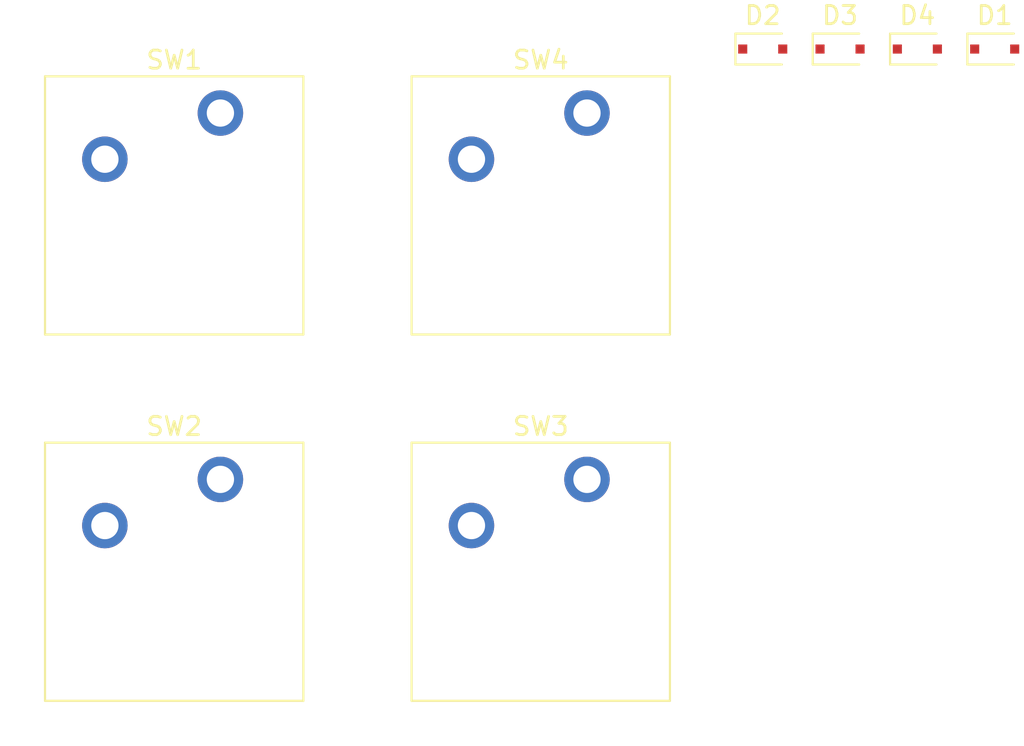
<source format=kicad_pcb>
(kicad_pcb (version 20211014) (generator pcbnew)
  (layers (0 "F.Cu" signal) (31 "B.Cu" signal) (34 "B.Paste" user) (35 "F.Paste" user) (36 "B.SilkS" user "B.Silkscreen") (37 "F.SilkS" user "F.Silkscreen") (38 "B.Mask" user) (39 "F.Mask" user) (44 "Edge.Cuts" user))
  (net 0 "")
  (net 1 "ROW0")
  (net 2 "N$1")
  (net 3 "N$2")
  (net 4 "ROW1")
  (net 5 "N$3")
  (net 6 "N$4")
  (net 7 "COL0")
  (footprint "Diode_SMD:D_SOD-323F" (layer "F.Cu") (at 45.1 -28.75)
    (fp_text reference "D1" (at 0 -1.85) (layer "F.SilkS"))
    (fp_text value "D")
    (fp_line (start -1.5 -0.85) (end -1.5 0.85) (layer "F.SilkS") (width 0.12))
    (fp_line (start -1.5 -0.85) (end 1.05 -0.85) (layer "F.SilkS") (width 0.12))
    (fp_line (start -1.5 0.85) (end 1.05 0.85) (layer "F.SilkS") (width 0.12))
    (pad "1" smd rect locked (at -1.1 0) (size 0.5 0.5) (layers "F.Cu" "F.Paste" "F.Mask") (net 1 "ROW0"))
    (pad "2" smd rect locked (at 1.1 0) (size 0.5 0.5) (layers "F.Cu" "F.Paste" "F.Mask") (net 2 "N$1"))
  )
  (footprint "Diode_SMD:D_SOD-323F" (layer "F.Cu") (at 32.35 -28.75)
    (fp_text reference "D2" (at 0 -1.85) (layer "F.SilkS"))
    (fp_text value "D")
    (fp_line (start -1.5 -0.85) (end 1.05 -0.85) (layer "F.SilkS") (width 0.12))
    (fp_line (start -1.5 0.85) (end 1.05 0.85) (layer "F.SilkS") (width 0.12))
    (fp_line (start -1.5 -0.85) (end -1.5 0.85) (layer "F.SilkS") (width 0.12))
    (pad "1" smd rect locked (at -1.1 0) (size 0.5 0.5) (layers "F.Cu" "F.Paste" "F.Mask") (net 3 "N$2"))
    (pad "2" smd rect locked (at 1.1 0) (size 0.5 0.5) (layers "F.Cu" "F.Paste" "F.Mask") (net 1 "ROW0"))
  )
  (footprint "Diode_SMD:D_SOD-323F" (layer "F.Cu") (at 36.6 -28.75)
    (fp_text reference "D3" (at 0 -1.85) (layer "F.SilkS"))
    (fp_text value "D")
    (fp_line (start -1.5 -0.85) (end 1.05 -0.85) (layer "F.SilkS") (width 0.12))
    (fp_line (start -1.5 -0.85) (end -1.5 0.85) (layer "F.SilkS") (width 0.12))
    (fp_line (start -1.5 0.85) (end 1.05 0.85) (layer "F.SilkS") (width 0.12))
    (pad "1" smd rect locked (at -1.1 0) (size 0.5 0.5) (layers "F.Cu" "F.Paste" "F.Mask") (net 4 "ROW1"))
    (pad "2" smd rect locked (at 1.1 0) (size 0.5 0.5) (layers "F.Cu" "F.Paste" "F.Mask") (net 5 "N$3"))
  )
  (footprint "Diode_SMD:D_SOD-323F" (layer "F.Cu") (at 40.85 -28.75)
    (fp_text reference "D4" (at 0 -1.85) (layer "F.SilkS"))
    (fp_text value "D")
    (fp_line (start -1.5 0.85) (end 1.05 0.85) (layer "F.SilkS") (width 0.12))
    (fp_line (start -1.5 -0.85) (end 1.05 -0.85) (layer "F.SilkS") (width 0.12))
    (fp_line (start -1.5 -0.85) (end -1.5 0.85) (layer "F.SilkS") (width 0.12))
    (pad "1" smd rect locked (at -1.1 0) (size 0.5 0.5) (layers "F.Cu" "F.Paste" "F.Mask") (net 6 "N$4"))
    (pad "2" smd rect locked (at 1.1 0) (size 0.5 0.5) (layers "F.Cu" "F.Paste" "F.Mask") (net 4 "ROW1"))
  )
  (footprint "examples:SW_Cherry_MX_PCB_1.00u" (layer "F.Cu") (at 0 -20.15)
    (fp_text reference "SW1" (at 0 -8) (layer "F.SilkS"))
    (fp_text value "SW_Push")
    (fp_line (start -7.1 -7.1) (end -7.1 7.1) (layer "F.SilkS") (width 0.12))
    (fp_line (start 7.1 7.1) (end 7.1 -7.1) (layer "F.SilkS") (width 0.12))
    (fp_line (start 7.1 -7.1) (end -7.1 -7.1) (layer "F.SilkS") (width 0.12))
    (fp_line (start -7.1 7.1) (end 7.1 7.1) (layer "F.SilkS") (width 0.12))
    (pad "" np_thru_hole circle locked (at 0 0) (size 4 4) (drill 4) (layers *.Cu *.Mask))
    (pad "" np_thru_hole circle locked (at -5.08 0) (size 1.75 1.75) (drill 1.75) (layers *.Cu *.Mask))
    (pad "" np_thru_hole circle locked (at 5.08 0) (size 1.75 1.75) (drill 1.75) (layers *.Cu *.Mask))
    (pad "1" thru_hole circle locked (at -3.81 -2.54) (size 2.5 2.5) (drill 1.5) (layers *.Cu "B.Mask") (net 7 "COL0"))
    (pad "2" thru_hole circle locked (at 2.54 -5.08) (size 2.5 2.5) (drill 1.5) (layers *.Cu "B.Mask") (net 2 "N$1"))
  )
  (footprint "examples:SW_Cherry_MX_PCB_1.00u" (layer "F.Cu") (at 0 0)
    (fp_text reference "SW2" (at 0 -8) (layer "F.SilkS"))
    (fp_text value "SW_Push")
    (fp_line (start -7.1 -7.1) (end -7.1 7.1) (layer "F.SilkS") (width 0.12))
    (fp_line (start 7.1 -7.1) (end -7.1 -7.1) (layer "F.SilkS") (width 0.12))
    (fp_line (start -7.1 7.1) (end 7.1 7.1) (layer "F.SilkS") (width 0.12))
    (fp_line (start 7.1 7.1) (end 7.1 -7.1) (layer "F.SilkS") (width 0.12))
    (pad "" np_thru_hole circle locked (at -5.08 0) (size 1.75 1.75) (drill 1.75) (layers *.Cu *.Mask))
    (pad "" np_thru_hole circle locked (at 5.08 0) (size 1.75 1.75) (drill 1.75) (layers *.Cu *.Mask))
    (pad "" np_thru_hole circle locked (at 0 0) (size 4 4) (drill 4) (layers *.Cu *.Mask))
    (pad "1" thru_hole circle locked (at -3.81 -2.54) (size 2.5 2.5) (drill 1.5) (layers *.Cu "B.Mask") (net 7 "COL0"))
    (pad "2" thru_hole circle locked (at 2.54 -5.08) (size 2.5 2.5) (drill 1.5) (layers *.Cu "B.Mask") (net 3 "N$2"))
  )
  (footprint "examples:SW_Cherry_MX_PCB_1.00u" (layer "F.Cu") (at 20.15 0)
    (fp_text reference "SW3" (at 0 -8) (layer "F.SilkS"))
    (fp_text value "SW_Push")
    (fp_line (start 7.1 7.1) (end 7.1 -7.1) (layer "F.SilkS") (width 0.12))
    (fp_line (start -7.1 -7.1) (end -7.1 7.1) (layer "F.SilkS") (width 0.12))
    (fp_line (start 7.1 -7.1) (end -7.1 -7.1) (layer "F.SilkS") (width 0.12))
    (fp_line (start -7.1 7.1) (end 7.1 7.1) (layer "F.SilkS") (width 0.12))
    (pad "" np_thru_hole circle locked (at 0 0) (size 4 4) (drill 4) (layers *.Cu *.Mask))
    (pad "" np_thru_hole circle locked (at -5.08 0) (size 1.75 1.75) (drill 1.75) (layers *.Cu *.Mask))
    (pad "" np_thru_hole circle locked (at 5.08 0) (size 1.75 1.75) (drill 1.75) (layers *.Cu *.Mask))
    (pad "1" thru_hole circle locked (at -3.81 -2.54) (size 2.5 2.5) (drill 1.5) (layers *.Cu "B.Mask") (net 7 "COL0"))
    (pad "2" thru_hole circle locked (at 2.54 -5.08) (size 2.5 2.5) (drill 1.5) (layers *.Cu "B.Mask") (net 5 "N$3"))
  )
  (footprint "examples:SW_Cherry_MX_PCB_1.00u" (layer "F.Cu") (at 20.15 -20.15)
    (fp_text reference "SW4" (at 0 -8) (layer "F.SilkS"))
    (fp_text value "SW_Push")
    (fp_line (start 7.1 -7.1) (end -7.1 -7.1) (layer "F.SilkS") (width 0.12))
    (fp_line (start 7.1 7.1) (end 7.1 -7.1) (layer "F.SilkS") (width 0.12))
    (fp_line (start -7.1 7.1) (end 7.1 7.1) (layer "F.SilkS") (width 0.12))
    (fp_line (start -7.1 -7.1) (end -7.1 7.1) (layer "F.SilkS") (width 0.12))
    (pad "" np_thru_hole circle locked (at -5.08 0) (size 1.75 1.75) (drill 1.75) (layers *.Cu *.Mask))
    (pad "" np_thru_hole circle locked (at 5.08 0) (size 1.75 1.75) (drill 1.75) (layers *.Cu *.Mask))
    (pad "" np_thru_hole circle locked (at 0 0) (size 4 4) (drill 4) (layers *.Cu *.Mask))
    (pad "1" thru_hole circle locked (at -3.81 -2.54) (size 2.5 2.5) (drill 1.5) (layers *.Cu "B.Mask") (net 7 "COL0"))
    (pad "2" thru_hole circle locked (at 2.54 -5.08) (size 2.5 2.5) (drill 1.5) (layers *.Cu "B.Mask") (net 6 "N$4"))
  )
)
</source>
